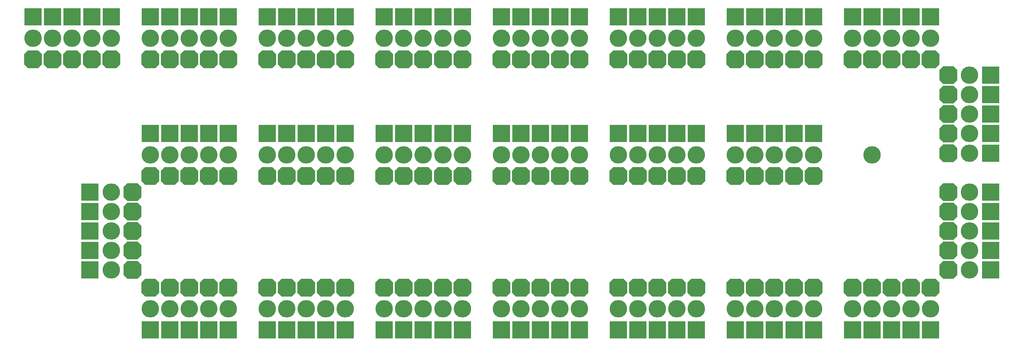
<source format=gbr>
%TF.GenerationSoftware,KiCad,Pcbnew,8.0.5*%
%TF.CreationDate,2024-12-08T15:37:44-05:00*%
%TF.ProjectId,Cribbage,43726962-6261-4676-952e-6b696361645f,rev?*%
%TF.SameCoordinates,Original*%
%TF.FileFunction,Soldermask,Top*%
%TF.FilePolarity,Negative*%
%FSLAX46Y46*%
G04 Gerber Fmt 4.6, Leading zero omitted, Abs format (unit mm)*
G04 Created by KiCad (PCBNEW 8.0.5) date 2024-12-08 15:37:44*
%MOMM*%
%LPD*%
G01*
G04 APERTURE LIST*
G04 Aperture macros list*
%AMOutline5P*
0 Free polygon, 5 corners , with rotation*
0 The origin of the aperture is its center*
0 number of corners: always 5*
0 $1 to $10 corner X, Y*
0 $11 Rotation angle, in degrees counterclockwise*
0 create outline with 5 corners*
4,1,5,$1,$2,$3,$4,$5,$6,$7,$8,$9,$10,$1,$2,$11*%
%AMOutline6P*
0 Free polygon, 6 corners , with rotation*
0 The origin of the aperture is its center*
0 number of corners: always 6*
0 $1 to $12 corner X, Y*
0 $13 Rotation angle, in degrees counterclockwise*
0 create outline with 6 corners*
4,1,6,$1,$2,$3,$4,$5,$6,$7,$8,$9,$10,$11,$12,$1,$2,$13*%
%AMOutline7P*
0 Free polygon, 7 corners , with rotation*
0 The origin of the aperture is its center*
0 number of corners: always 7*
0 $1 to $14 corner X, Y*
0 $15 Rotation angle, in degrees counterclockwise*
0 create outline with 7 corners*
4,1,7,$1,$2,$3,$4,$5,$6,$7,$8,$9,$10,$11,$12,$13,$14,$1,$2,$15*%
%AMOutline8P*
0 Free polygon, 8 corners , with rotation*
0 The origin of the aperture is its center*
0 number of corners: always 8*
0 $1 to $16 corner X, Y*
0 $17 Rotation angle, in degrees counterclockwise*
0 create outline with 8 corners*
4,1,8,$1,$2,$3,$4,$5,$6,$7,$8,$9,$10,$11,$12,$13,$14,$15,$16,$1,$2,$17*%
G04 Aperture macros list end*
%ADD10O,4.500000X4.500000*%
%ADD11R,4.500000X4.500000*%
%ADD12Outline8P,-2.250000X1.350000X-1.350000X2.250000X1.350000X2.250000X2.250000X1.350000X2.250000X-1.350000X1.350000X-2.250000X-1.350000X-2.250000X-2.250000X-1.350000X270.000000*%
%ADD13Outline8P,-2.250000X1.350000X-1.350000X2.250000X1.350000X2.250000X2.250000X1.350000X2.250000X-1.350000X1.350000X-2.250000X-1.350000X-2.250000X-2.250000X-1.350000X90.000000*%
%ADD14Outline8P,-2.250000X1.350000X-1.350000X2.250000X1.350000X2.250000X2.250000X1.350000X2.250000X-1.350000X1.350000X-2.250000X-1.350000X-2.250000X-2.250000X-1.350000X0.000000*%
%ADD15Outline8P,-2.250000X1.350000X-1.350000X2.250000X1.350000X2.250000X2.250000X1.350000X2.250000X-1.350000X1.350000X-2.250000X-1.350000X-2.250000X-2.250000X-1.350000X180.000000*%
G04 APERTURE END LIST*
D10*
%TO.C,*%
X240000000Y-60000000D03*
%TD*%
D11*
%TO.C,Q1*%
X215000000Y-54550000D03*
D10*
X215000000Y-60000000D03*
D12*
X215000000Y-65450000D03*
%TD*%
D11*
%TO.C,Q1*%
X210000000Y-54550000D03*
D10*
X210000000Y-60000000D03*
D12*
X210000000Y-65450000D03*
%TD*%
D11*
%TO.C,Q1*%
X225000000Y-54550000D03*
D10*
X225000000Y-60000000D03*
D12*
X225000000Y-65450000D03*
%TD*%
D11*
%TO.C,Q1*%
X205000000Y-54550000D03*
D10*
X205000000Y-60000000D03*
D12*
X205000000Y-65450000D03*
%TD*%
D11*
%TO.C,Q1*%
X220000000Y-54550000D03*
D10*
X220000000Y-60000000D03*
D12*
X220000000Y-65450000D03*
%TD*%
D11*
%TO.C,Q1*%
X185000000Y-54550000D03*
D10*
X185000000Y-60000000D03*
D12*
X185000000Y-65450000D03*
%TD*%
D11*
%TO.C,Q1*%
X180000000Y-54550000D03*
D10*
X180000000Y-60000000D03*
D12*
X180000000Y-65450000D03*
%TD*%
D11*
%TO.C,Q1*%
X195000000Y-54550000D03*
D10*
X195000000Y-60000000D03*
D12*
X195000000Y-65450000D03*
%TD*%
D11*
%TO.C,Q1*%
X175000000Y-54550000D03*
D10*
X175000000Y-60000000D03*
D12*
X175000000Y-65450000D03*
%TD*%
D11*
%TO.C,Q1*%
X190000000Y-54550000D03*
D10*
X190000000Y-60000000D03*
D12*
X190000000Y-65450000D03*
%TD*%
D11*
%TO.C,Q1*%
X250000000Y-105000000D03*
D10*
X250000000Y-99550000D03*
D13*
X250000000Y-94100000D03*
%TD*%
D11*
%TO.C,Q1*%
X235000000Y-105000000D03*
D10*
X235000000Y-99550000D03*
D13*
X235000000Y-94100000D03*
%TD*%
D11*
%TO.C,Q1*%
X245000000Y-105000000D03*
D10*
X245000000Y-99550000D03*
D13*
X245000000Y-94100000D03*
%TD*%
D11*
%TO.C,Q1*%
X255000000Y-105000000D03*
D10*
X255000000Y-99550000D03*
D13*
X255000000Y-94100000D03*
%TD*%
D11*
%TO.C,Q1*%
X240000000Y-105000000D03*
D10*
X240000000Y-99550000D03*
D13*
X240000000Y-94100000D03*
%TD*%
D11*
%TO.C,Q1*%
X220000000Y-105000000D03*
D10*
X220000000Y-99550000D03*
D13*
X220000000Y-94100000D03*
%TD*%
D11*
%TO.C,Q1*%
X205000000Y-105000000D03*
D10*
X205000000Y-99550000D03*
D13*
X205000000Y-94100000D03*
%TD*%
D11*
%TO.C,Q1*%
X215000000Y-105000000D03*
D10*
X215000000Y-99550000D03*
D13*
X215000000Y-94100000D03*
%TD*%
D11*
%TO.C,Q1*%
X225000000Y-105000000D03*
D10*
X225000000Y-99550000D03*
D13*
X225000000Y-94100000D03*
%TD*%
D11*
%TO.C,Q1*%
X210000000Y-105000000D03*
D10*
X210000000Y-99550000D03*
D13*
X210000000Y-94100000D03*
%TD*%
D11*
%TO.C,Q1*%
X255000000Y-24550000D03*
D10*
X255000000Y-30000000D03*
D12*
X255000000Y-35450000D03*
%TD*%
D11*
%TO.C,Q1*%
X245000000Y-24550000D03*
D10*
X245000000Y-30000000D03*
D12*
X245000000Y-35450000D03*
%TD*%
D11*
%TO.C,Q1*%
X235000000Y-24550000D03*
D10*
X235000000Y-30000000D03*
D12*
X235000000Y-35450000D03*
%TD*%
D11*
%TO.C,Q1*%
X240000000Y-24550000D03*
D10*
X240000000Y-30000000D03*
D12*
X240000000Y-35450000D03*
%TD*%
D11*
%TO.C,Q1*%
X250000000Y-24550000D03*
D10*
X250000000Y-30000000D03*
D12*
X250000000Y-35450000D03*
%TD*%
D11*
%TO.C,Q1*%
X225000000Y-24550000D03*
D10*
X225000000Y-30000000D03*
D12*
X225000000Y-35450000D03*
%TD*%
D11*
%TO.C,Q1*%
X210000000Y-24550000D03*
D10*
X210000000Y-30000000D03*
D12*
X210000000Y-35450000D03*
%TD*%
D11*
%TO.C,Q1*%
X205000000Y-24550000D03*
D10*
X205000000Y-30000000D03*
D12*
X205000000Y-35450000D03*
%TD*%
D11*
%TO.C,Q1*%
X220000000Y-24550000D03*
D10*
X220000000Y-30000000D03*
D12*
X220000000Y-35450000D03*
%TD*%
D11*
%TO.C,Q1*%
X215000000Y-24550000D03*
D10*
X215000000Y-30000000D03*
D12*
X215000000Y-35450000D03*
%TD*%
D11*
%TO.C,Q1*%
X160000000Y-54550000D03*
D10*
X160000000Y-60000000D03*
D12*
X160000000Y-65450000D03*
%TD*%
D11*
%TO.C,Q1*%
X150000000Y-54550000D03*
D10*
X150000000Y-60000000D03*
D12*
X150000000Y-65450000D03*
%TD*%
D11*
%TO.C,Q1*%
X145000000Y-54550000D03*
D10*
X145000000Y-60000000D03*
D12*
X145000000Y-65450000D03*
%TD*%
D11*
%TO.C,Q1*%
X155000000Y-54550000D03*
D10*
X155000000Y-60000000D03*
D12*
X155000000Y-65450000D03*
%TD*%
D11*
%TO.C,Q1*%
X165000000Y-54550000D03*
D10*
X165000000Y-60000000D03*
D12*
X165000000Y-65450000D03*
%TD*%
D11*
%TO.C,Q1*%
X130000000Y-54550000D03*
D10*
X130000000Y-60000000D03*
D12*
X130000000Y-65450000D03*
%TD*%
D11*
%TO.C,Q1*%
X120000000Y-54550000D03*
D10*
X120000000Y-60000000D03*
D12*
X120000000Y-65450000D03*
%TD*%
D11*
%TO.C,Q1*%
X115000000Y-54550000D03*
D10*
X115000000Y-60000000D03*
D12*
X115000000Y-65450000D03*
%TD*%
D11*
%TO.C,Q1*%
X125000000Y-54550000D03*
D10*
X125000000Y-60000000D03*
D12*
X125000000Y-65450000D03*
%TD*%
D11*
%TO.C,Q1*%
X135000000Y-54550000D03*
D10*
X135000000Y-60000000D03*
D12*
X135000000Y-65450000D03*
%TD*%
D11*
%TO.C,Q1*%
X85000000Y-54550000D03*
D10*
X85000000Y-60000000D03*
D12*
X85000000Y-65450000D03*
%TD*%
D11*
%TO.C,Q1*%
X95000000Y-54550000D03*
D10*
X95000000Y-60000000D03*
D12*
X95000000Y-65450000D03*
%TD*%
D11*
%TO.C,Q1*%
X100000000Y-54550000D03*
D10*
X100000000Y-60000000D03*
D12*
X100000000Y-65450000D03*
%TD*%
D11*
%TO.C,Q1*%
X105000000Y-54550000D03*
D10*
X105000000Y-60000000D03*
D12*
X105000000Y-65450000D03*
%TD*%
D11*
%TO.C,Q1*%
X90000000Y-54550000D03*
D10*
X90000000Y-60000000D03*
D12*
X90000000Y-65450000D03*
%TD*%
D11*
%TO.C,Q1*%
X55000000Y-54550000D03*
D10*
X55000000Y-60000000D03*
D12*
X55000000Y-65450000D03*
%TD*%
D11*
%TO.C,Q1*%
X65000000Y-54550000D03*
D10*
X65000000Y-60000000D03*
D12*
X65000000Y-65450000D03*
%TD*%
D11*
%TO.C,Q1*%
X70000000Y-54550000D03*
D10*
X70000000Y-60000000D03*
D12*
X70000000Y-65450000D03*
%TD*%
D11*
%TO.C,Q1*%
X75000000Y-54550000D03*
D10*
X75000000Y-60000000D03*
D12*
X75000000Y-65450000D03*
%TD*%
D11*
%TO.C,Q1*%
X60000000Y-54550000D03*
D10*
X60000000Y-60000000D03*
D12*
X60000000Y-65450000D03*
%TD*%
D11*
%TO.C,Q1*%
X39550000Y-69550000D03*
D10*
X45000000Y-69550000D03*
D14*
X50450000Y-69550000D03*
%TD*%
D11*
%TO.C,Q1*%
X39550000Y-89550000D03*
D10*
X45000000Y-89550000D03*
D14*
X50450000Y-89550000D03*
%TD*%
D11*
%TO.C,Q1*%
X39550000Y-84550000D03*
D10*
X45000000Y-84550000D03*
D14*
X50450000Y-84550000D03*
%TD*%
D11*
%TO.C,Q1*%
X39550000Y-74550000D03*
D10*
X45000000Y-74550000D03*
D14*
X50450000Y-74550000D03*
%TD*%
D11*
%TO.C,Q1*%
X39550000Y-79550000D03*
D10*
X45000000Y-79550000D03*
D14*
X50450000Y-79550000D03*
%TD*%
D11*
%TO.C,Q1*%
X65000000Y-105000000D03*
D10*
X65000000Y-99550000D03*
D13*
X65000000Y-94100000D03*
%TD*%
D11*
%TO.C,Q1*%
X70000000Y-105000000D03*
D10*
X70000000Y-99550000D03*
D13*
X70000000Y-94100000D03*
%TD*%
D11*
%TO.C,Q1*%
X55000000Y-105000000D03*
D10*
X55000000Y-99550000D03*
D13*
X55000000Y-94100000D03*
%TD*%
D11*
%TO.C,Q1*%
X75000000Y-105000000D03*
D10*
X75000000Y-99550000D03*
D13*
X75000000Y-94100000D03*
%TD*%
D11*
%TO.C,Q1*%
X60000000Y-105000000D03*
D10*
X60000000Y-99550000D03*
D13*
X60000000Y-94100000D03*
%TD*%
D11*
%TO.C,Q1*%
X95000000Y-105000000D03*
D10*
X95000000Y-99550000D03*
D13*
X95000000Y-94100000D03*
%TD*%
D11*
%TO.C,Q1*%
X100000000Y-105000000D03*
D10*
X100000000Y-99550000D03*
D13*
X100000000Y-94100000D03*
%TD*%
D11*
%TO.C,Q1*%
X85000000Y-105000000D03*
D10*
X85000000Y-99550000D03*
D13*
X85000000Y-94100000D03*
%TD*%
D11*
%TO.C,Q1*%
X105000000Y-105000000D03*
D10*
X105000000Y-99550000D03*
D13*
X105000000Y-94100000D03*
%TD*%
D11*
%TO.C,Q1*%
X90000000Y-105000000D03*
D10*
X90000000Y-99550000D03*
D13*
X90000000Y-94100000D03*
%TD*%
D11*
%TO.C,Q1*%
X125000000Y-105000000D03*
D10*
X125000000Y-99550000D03*
D13*
X125000000Y-94100000D03*
%TD*%
D11*
%TO.C,Q1*%
X130000000Y-105000000D03*
D10*
X130000000Y-99550000D03*
D13*
X130000000Y-94100000D03*
%TD*%
D11*
%TO.C,Q1*%
X115000000Y-105000000D03*
D10*
X115000000Y-99550000D03*
D13*
X115000000Y-94100000D03*
%TD*%
D11*
%TO.C,Q1*%
X135000000Y-105000000D03*
D10*
X135000000Y-99550000D03*
D13*
X135000000Y-94100000D03*
%TD*%
D11*
%TO.C,Q1*%
X120000000Y-105000000D03*
D10*
X120000000Y-99550000D03*
D13*
X120000000Y-94100000D03*
%TD*%
D11*
%TO.C,Q1*%
X155000000Y-105000000D03*
D10*
X155000000Y-99550000D03*
D13*
X155000000Y-94100000D03*
%TD*%
D11*
%TO.C,Q1*%
X160000000Y-105000000D03*
D10*
X160000000Y-99550000D03*
D13*
X160000000Y-94100000D03*
%TD*%
D11*
%TO.C,Q1*%
X145000000Y-105000000D03*
D10*
X145000000Y-99550000D03*
D13*
X145000000Y-94100000D03*
%TD*%
D11*
%TO.C,Q1*%
X165000000Y-105000000D03*
D10*
X165000000Y-99550000D03*
D13*
X165000000Y-94100000D03*
%TD*%
D11*
%TO.C,Q1*%
X150000000Y-105000000D03*
D10*
X150000000Y-99550000D03*
D13*
X150000000Y-94100000D03*
%TD*%
D11*
%TO.C,Q1*%
X270450000Y-84550000D03*
D10*
X265000000Y-84550000D03*
D15*
X259550000Y-84550000D03*
%TD*%
D11*
%TO.C,Q1*%
X270450000Y-89550000D03*
D10*
X265000000Y-89550000D03*
D15*
X259550000Y-89550000D03*
%TD*%
D11*
%TO.C,Q1*%
X270450000Y-79550000D03*
D10*
X265000000Y-79550000D03*
D15*
X259550000Y-79550000D03*
%TD*%
D11*
%TO.C,Q1*%
X270450000Y-74550000D03*
D10*
X265000000Y-74550000D03*
D15*
X259550000Y-74550000D03*
%TD*%
D11*
%TO.C,Q1*%
X270450000Y-69550000D03*
D10*
X265000000Y-69550000D03*
D15*
X259550000Y-69550000D03*
%TD*%
D11*
%TO.C,Q1*%
X270450000Y-59550000D03*
D10*
X265000000Y-59550000D03*
D15*
X259550000Y-59550000D03*
%TD*%
D11*
%TO.C,Q1*%
X270450000Y-39550000D03*
D10*
X265000000Y-39550000D03*
D15*
X259550000Y-39550000D03*
%TD*%
D11*
%TO.C,Q1*%
X270450000Y-49550000D03*
D10*
X265000000Y-49550000D03*
D15*
X259550000Y-49550000D03*
%TD*%
D11*
%TO.C,Q1*%
X270450000Y-44550000D03*
D10*
X265000000Y-44550000D03*
D15*
X259550000Y-44550000D03*
%TD*%
D11*
%TO.C,Q1*%
X270450000Y-54550000D03*
D10*
X265000000Y-54550000D03*
D15*
X259550000Y-54550000D03*
%TD*%
D11*
%TO.C,Q1*%
X185000000Y-24550000D03*
D10*
X185000000Y-30000000D03*
D12*
X185000000Y-35450000D03*
%TD*%
D11*
%TO.C,Q1*%
X195000000Y-24550000D03*
D10*
X195000000Y-30000000D03*
D12*
X195000000Y-35450000D03*
%TD*%
D11*
%TO.C,Q1*%
X190000000Y-24550000D03*
D10*
X190000000Y-30000000D03*
D12*
X190000000Y-35450000D03*
%TD*%
D11*
%TO.C,Q1*%
X175000000Y-24550000D03*
D10*
X175000000Y-30000000D03*
D12*
X175000000Y-35450000D03*
%TD*%
D11*
%TO.C,Q1*%
X180000000Y-24550000D03*
D10*
X180000000Y-30000000D03*
D12*
X180000000Y-35450000D03*
%TD*%
D11*
%TO.C,Q1*%
X155000000Y-24550000D03*
D10*
X155000000Y-30000000D03*
D12*
X155000000Y-35450000D03*
%TD*%
D11*
%TO.C,Q1*%
X165000000Y-24550000D03*
D10*
X165000000Y-30000000D03*
D12*
X165000000Y-35450000D03*
%TD*%
D11*
%TO.C,Q1*%
X160000000Y-24550000D03*
D10*
X160000000Y-30000000D03*
D12*
X160000000Y-35450000D03*
%TD*%
D11*
%TO.C,Q1*%
X145000000Y-24550000D03*
D10*
X145000000Y-30000000D03*
D12*
X145000000Y-35450000D03*
%TD*%
D11*
%TO.C,Q1*%
X150000000Y-24550000D03*
D10*
X150000000Y-30000000D03*
D12*
X150000000Y-35450000D03*
%TD*%
D11*
%TO.C,Q1*%
X125000000Y-24550000D03*
D10*
X125000000Y-30000000D03*
D12*
X125000000Y-35450000D03*
%TD*%
D11*
%TO.C,Q1*%
X135000000Y-24550000D03*
D10*
X135000000Y-30000000D03*
D12*
X135000000Y-35450000D03*
%TD*%
D11*
%TO.C,Q1*%
X130000000Y-24550000D03*
D10*
X130000000Y-30000000D03*
D12*
X130000000Y-35450000D03*
%TD*%
D11*
%TO.C,Q1*%
X115000000Y-24550000D03*
D10*
X115000000Y-30000000D03*
D12*
X115000000Y-35450000D03*
%TD*%
D11*
%TO.C,Q1*%
X120000000Y-24550000D03*
D10*
X120000000Y-30000000D03*
D12*
X120000000Y-35450000D03*
%TD*%
D11*
%TO.C,Q1*%
X95000000Y-24550000D03*
D10*
X95000000Y-30000000D03*
D12*
X95000000Y-35450000D03*
%TD*%
D11*
%TO.C,Q1*%
X105000000Y-24550000D03*
D10*
X105000000Y-30000000D03*
D12*
X105000000Y-35450000D03*
%TD*%
D11*
%TO.C,Q1*%
X100000000Y-24550000D03*
D10*
X100000000Y-30000000D03*
D12*
X100000000Y-35450000D03*
%TD*%
D11*
%TO.C,Q1*%
X85000000Y-24550000D03*
D10*
X85000000Y-30000000D03*
D12*
X85000000Y-35450000D03*
%TD*%
D11*
%TO.C,Q1*%
X90000000Y-24550000D03*
D10*
X90000000Y-30000000D03*
D12*
X90000000Y-35450000D03*
%TD*%
D11*
%TO.C,Q1*%
X65000000Y-24550000D03*
D10*
X65000000Y-30000000D03*
D12*
X65000000Y-35450000D03*
%TD*%
D11*
%TO.C,Q1*%
X75000000Y-24550000D03*
D10*
X75000000Y-30000000D03*
D12*
X75000000Y-35450000D03*
%TD*%
D11*
%TO.C,Q1*%
X70000000Y-24550000D03*
D10*
X70000000Y-30000000D03*
D12*
X70000000Y-35450000D03*
%TD*%
D11*
%TO.C,Q1*%
X55000000Y-24550000D03*
D10*
X55000000Y-30000000D03*
D12*
X55000000Y-35450000D03*
%TD*%
D11*
%TO.C,Q1*%
X60000000Y-24550000D03*
D10*
X60000000Y-30000000D03*
D12*
X60000000Y-35450000D03*
%TD*%
D11*
%TO.C,Q1*%
X40000000Y-24550000D03*
D10*
X40000000Y-30000000D03*
D12*
X40000000Y-35450000D03*
%TD*%
D11*
%TO.C,Q1*%
X30000000Y-24550000D03*
D10*
X30000000Y-30000000D03*
D12*
X30000000Y-35450000D03*
%TD*%
D11*
%TO.C,Q1*%
X25000000Y-24550000D03*
D10*
X25000000Y-30000000D03*
D12*
X25000000Y-35450000D03*
%TD*%
D11*
%TO.C,Q1*%
X35000000Y-24550000D03*
D10*
X35000000Y-30000000D03*
D12*
X35000000Y-35450000D03*
%TD*%
D11*
%TO.C,Q1*%
X45000000Y-24550000D03*
D10*
X45000000Y-30000000D03*
D12*
X45000000Y-35450000D03*
%TD*%
D11*
%TO.C,Q1*%
X195000000Y-105000000D03*
D10*
X195000000Y-99550000D03*
D13*
X195000000Y-94100000D03*
%TD*%
D11*
%TO.C,Q1*%
X175000000Y-105000000D03*
D10*
X175000000Y-99550000D03*
D13*
X175000000Y-94100000D03*
%TD*%
D11*
%TO.C,Q1*%
X180000000Y-105000000D03*
D10*
X180000000Y-99550000D03*
D13*
X180000000Y-94100000D03*
%TD*%
D11*
%TO.C,Q1*%
X185000000Y-105000000D03*
D10*
X185000000Y-99550000D03*
D13*
X185000000Y-94100000D03*
%TD*%
D11*
%TO.C,Q1*%
X190000000Y-105000000D03*
D10*
X190000000Y-99550000D03*
D13*
X190000000Y-94100000D03*
%TD*%
M02*

</source>
